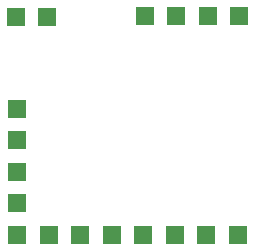
<source format=gbr>
%TF.GenerationSoftware,KiCad,Pcbnew,9.0.1*%
%TF.CreationDate,2025-09-19T11:56:04-04:00*%
%TF.ProjectId,ComputeCore,436f6d70-7574-4654-936f-72652e6b6963,rev?*%
%TF.SameCoordinates,Original*%
%TF.FileFunction,Soldermask,Bot*%
%TF.FilePolarity,Negative*%
%FSLAX46Y46*%
G04 Gerber Fmt 4.6, Leading zero omitted, Abs format (unit mm)*
G04 Created by KiCad (PCBNEW 9.0.1) date 2025-09-19 11:56:04*
%MOMM*%
%LPD*%
G01*
G04 APERTURE LIST*
G04 Aperture macros list*
%AMRoundRect*
0 Rectangle with rounded corners*
0 $1 Rounding radius*
0 $2 $3 $4 $5 $6 $7 $8 $9 X,Y pos of 4 corners*
0 Add a 4 corners polygon primitive as box body*
4,1,4,$2,$3,$4,$5,$6,$7,$8,$9,$2,$3,0*
0 Add four circle primitives for the rounded corners*
1,1,$1+$1,$2,$3*
1,1,$1+$1,$4,$5*
1,1,$1+$1,$6,$7*
1,1,$1+$1,$8,$9*
0 Add four rect primitives between the rounded corners*
20,1,$1+$1,$2,$3,$4,$5,0*
20,1,$1+$1,$4,$5,$6,$7,0*
20,1,$1+$1,$6,$7,$8,$9,0*
20,1,$1+$1,$8,$9,$2,$3,0*%
G04 Aperture macros list end*
%ADD10RoundRect,0.250000X-0.550000X-0.550000X0.550000X-0.550000X0.550000X0.550000X-0.550000X0.550000X0*%
G04 APERTURE END LIST*
D10*
%TO.C,J18*%
X176022000Y-74549000D03*
%TD*%
%TO.C,J17*%
X170688000Y-74549000D03*
%TD*%
%TO.C,J16*%
X178689000Y-74549000D03*
%TD*%
%TO.C,J15*%
X173355000Y-74549000D03*
%TD*%
%TO.C,J14*%
X159893000Y-87757000D03*
%TD*%
%TO.C,J13*%
X159893000Y-90424000D03*
%TD*%
%TO.C,J12*%
X159766000Y-74676000D03*
%TD*%
%TO.C,J11*%
X162433000Y-74676000D03*
%TD*%
%TO.C,J10*%
X159893000Y-85090000D03*
%TD*%
%TO.C,J9*%
X159893000Y-82423000D03*
%TD*%
%TO.C,J8*%
X178562000Y-93091000D03*
%TD*%
%TO.C,J7*%
X159893000Y-93091000D03*
%TD*%
%TO.C,J6*%
X175895000Y-93091000D03*
%TD*%
%TO.C,J5*%
X173228000Y-93091000D03*
%TD*%
%TO.C,J4*%
X170561000Y-93091000D03*
%TD*%
%TO.C,J3*%
X167894000Y-93091000D03*
%TD*%
%TO.C,J2*%
X165227000Y-93091000D03*
%TD*%
%TO.C,J1*%
X162560000Y-93091000D03*
%TD*%
M02*

</source>
